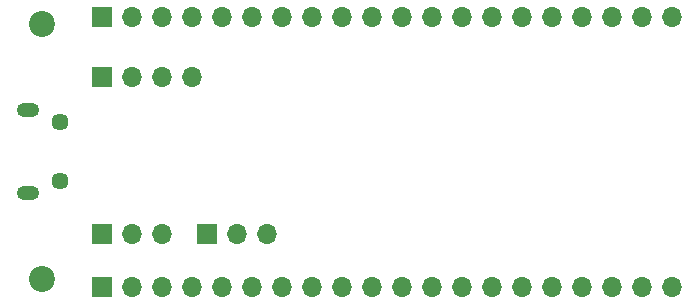
<source format=gbs>
G04 #@! TF.GenerationSoftware,KiCad,Pcbnew,5.1.12-84ad8e8a86~92~ubuntu21.04.1*
G04 #@! TF.CreationDate,2021-11-28T19:25:36-03:00*
G04 #@! TF.ProjectId,Franzininho WIFI,4672616e-7a69-46e6-996e-686f20574946,rev?*
G04 #@! TF.SameCoordinates,Original*
G04 #@! TF.FileFunction,Soldermask,Bot*
G04 #@! TF.FilePolarity,Negative*
%FSLAX46Y46*%
G04 Gerber Fmt 4.6, Leading zero omitted, Abs format (unit mm)*
G04 Created by KiCad (PCBNEW 5.1.12-84ad8e8a86~92~ubuntu21.04.1) date 2021-11-28 19:25:36*
%MOMM*%
%LPD*%
G01*
G04 APERTURE LIST*
%ADD10O,1.700000X1.700000*%
%ADD11R,1.700000X1.700000*%
%ADD12C,2.200000*%
%ADD13C,1.450000*%
%ADD14O,1.900000X1.200000*%
G04 APERTURE END LIST*
D10*
X142240000Y-112395000D03*
X139700000Y-112395000D03*
D11*
X137160000Y-112395000D03*
D10*
X135890000Y-99060000D03*
X133350000Y-99060000D03*
X130810000Y-99060000D03*
D11*
X128270000Y-99060000D03*
D10*
X176530000Y-116840000D03*
X173990000Y-116840000D03*
X171450000Y-116840000D03*
X168910000Y-116840000D03*
X166370000Y-116840000D03*
X163830000Y-116840000D03*
X161290000Y-116840000D03*
X158750000Y-116840000D03*
X156210000Y-116840000D03*
X153670000Y-116840000D03*
X151130000Y-116840000D03*
X148590000Y-116840000D03*
X146050000Y-116840000D03*
X143510000Y-116840000D03*
X140970000Y-116840000D03*
X138430000Y-116840000D03*
X135890000Y-116840000D03*
X133350000Y-116840000D03*
X130810000Y-116840000D03*
D11*
X128270000Y-116840000D03*
D10*
X176530000Y-93980000D03*
X173990000Y-93980000D03*
X171450000Y-93980000D03*
X168910000Y-93980000D03*
X166370000Y-93980000D03*
X163830000Y-93980000D03*
X161290000Y-93980000D03*
X158750000Y-93980000D03*
X156210000Y-93980000D03*
X153670000Y-93980000D03*
X151130000Y-93980000D03*
X148590000Y-93980000D03*
X146050000Y-93980000D03*
X143510000Y-93980000D03*
X140970000Y-93980000D03*
X138430000Y-93980000D03*
X135890000Y-93980000D03*
X133350000Y-93980000D03*
X130810000Y-93980000D03*
D11*
X128270000Y-93980000D03*
X128270000Y-112395000D03*
D10*
X130810000Y-112395000D03*
X133350000Y-112395000D03*
D12*
X123190000Y-94615000D03*
X123190000Y-116205000D03*
D13*
X124652500Y-102910000D03*
X124652500Y-107910000D03*
D14*
X121952500Y-101910000D03*
X121952500Y-108910000D03*
M02*

</source>
